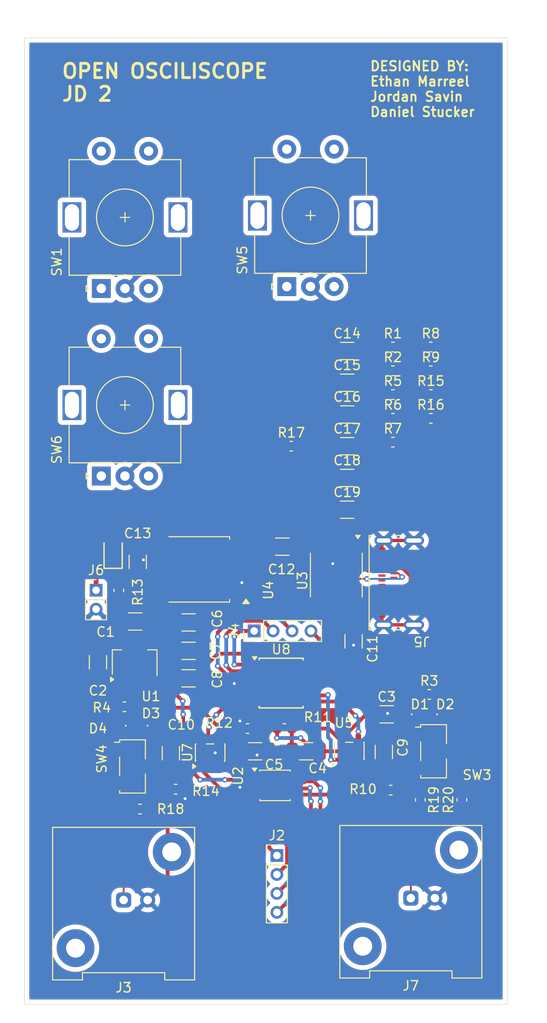
<source format=kicad_pcb>
(kicad_pcb (version 20241229) (generator "pcbnew") (generator_version "9.0")
  (layers (0 "F.Cu" signal) (2 "B.Cu" signal) (13 "F.Paste" user) (15 "B.Paste" user) (5 "F.SilkS" user "F.Silkscreen") (7 "B.SilkS" user "B.Silkscreen") (1 "F.Mask" user) (3 "B.Mask" user) (25 "Edge.Cuts" user))
  (net 0 "")
  (net 1 "5Vin")
  (net 2 "C1_G_IN")
  (net 3 "RPI_DOUT")
  (net 4 "RPI_SCLK")
  (net 5 "RPI_DIN")
  (net 6 "RPI_CS")
  (net 7 "C2_G_IN")
  (net 8 "C1_G_OUT")
  (net 9 "GND")
  (net 10 "C2_G_OUT")
  (net 11 "V1.8")
  (net 12 "V3.3")
  (net 13 "Net-(J1-In)")
  (net 14 "Net-(J3-In)")
  (net 15 "RPI_SCLK_DP")
  (net 16 "RPI_CS_DP")
  (net 17 "RPI_DIN_DP")
  (net 18 "RPI_DOUT_DP")
  (net 21 "Net-(D1-A)")
  (net 22 "Net-(D3-A)")
  (net 23 "Net-(SW3-C)")
  (net 24 "Net-(SW4-C)")
  (net 25 "Net-(D5-Pad1)")
  (net 26 "Net-(J5-CC2)")
  (net 27 "Net-(J5-CC1)")
  (net 38 "USBCRAW")
  (net 43 "Net-(SW3-A)")
  (net 44 "Net-(SW4-A)")
  (net 45 "V_clk")
  (net 46 "V_dt")
  (net 47 "H_clk")
  (net 48 "H_dt")
  (net 49 "Trig_clk")
  (net 50 "Trig_dt")
  (net 51 "Net-(J7-In)")
  (net 52 "Net-(R2-Pad2)")
  (net 54 "Net-(SW4-B)")
  (net 55 "Net-(R7-Pad2)")
  (net 56 "Net-(R15-Pad2)")
  (net 57 "Net-(SW2-A)")
  (net 58 "Ch1_vis")
  (net 60 "Ch2_vis")
  (net 61 "Trig_ch")
  (footprint "Connector_USB:USB_C_Receptacle_Amphenol_124019772112A" (layer "F.Cu") (at 110.95 147.5 90)
    (property "Reference" "J5")
    (property "Value" "USB_C_Receptacle_USB2.0_14P")
  )
  (footprint "Capacitor_SMD:C_1206_3216Metric" (layer "F.Cu") (at 104.075 133.1)
    (property "Reference" "C17")
    (property "Value" "1uF")
  )
  (footprint "Capacitor_SMD:C_0603_1608Metric" (layer "F.Cu") (at 93.55 162.9)
    (property "Reference" "R12")
    (property "Value" "10k")
  )
  (footprint "Capacitor_SMD:C_0603_1608Metric" (layer "F.Cu") (at 79.95 148.325 90)
    (property "Reference" "R13")
    (property "Value" "10k")
  )
  (footprint "Capacitor_SMD:C_0603_1608Metric" (layer "F.Cu") (at 108.905 122.63)
    (property "Reference" "R1")
    (property "Value" "10k")
  )
  (footprint "Capacitor_SMD:C_1206_3216Metric" (layer "F.Cu") (at 104.075 123.05)
    (property "Reference" "C14")
    (property "Value" "1uF")
  )
  (footprint "Capacitor_SMD:C_1206_3216Metric" (layer "F.Cu") (at 87.325 154.7)
    (property "Reference" "C7")
    (property "Value" "1uF")
  )
  (footprint "Capacitor_SMD:C_0603_1608Metric" (layer "F.Cu") (at 108.905 132.67)
    (property "Reference" "R7")
    (property "Value" "10k")
  )
  (footprint "Capacitor_SMD:C_0603_1608Metric" (layer "F.Cu") (at 112.915 125.14)
    (property "Reference" "R9")
    (property "Value" "10k")
  )
  (footprint "Package_SO:TSSOP-16_4.4x5mm_P0.65mm" (layer "F.Cu") (at 102.925 146.7 -90)
    (property "Reference" "U3")
    (property "Value" "IP2721")
  )
  (footprint "Connector_PinHeader_2.00mm:PinHeader_1x04_P2.00mm_Vertical" (layer "F.Cu") (at 96.65 176.3)
    (property "Reference" "J2")
    (property "Value" "Conn_01x04_Socket")
  )
  (footprint "Package_TO_SOT_SMD:TO-252-2" (layer "F.Cu") (at 88.35 146.1 180)
    (property "Reference" "U4")
    (property "Value" "AZ1084-5.0")
  )
  (footprint "Capacitor_SMD:C_1206_3216Metric" (layer "F.Cu") (at 81.7 151.6)
    (property "Reference" "C1")
    (property "Value" "1uF")
  )
  (footprint "Connector_Coaxial:BNC_Amphenol_031-5539_Vertical" (layer "F.Cu") (at 80.46 181)
    (property "Reference" "J3")
    (property "Value" "U.FL")
  )
  (footprint "Capacitor_SMD:C_0603_1608Metric" (layer "F.Cu") (at 80.55 160.6 180)
    (property "Reference" "R4")
    (property "Value" "5k")
  )
  (footprint "Capacitor_SMD:C_0603_1608Metric" (layer "F.Cu") (at 98.175 133.1)
    (property "Reference" "R17")
    (property "Value" "10k")
  )
  (footprint "Capacitor_SMD:C_1206_3216Metric" (layer "F.Cu") (at 94.35 165.3)
    (property "Reference" "C5")
    (property "Value" "1uF")
  )
  (footprint "Capacitor_SMD:C_1206_3216Metric" (layer "F.Cu") (at 108.25 161.4)
    (property "Reference" "C3")
    (property "Value" "1uF")
  )
  (footprint "Capacitor_SMD:C_1206_3216Metric" (layer "F.Cu") (at 97.225001 143.7)
    (property "Reference" "C12")
    (property "Value" "10u")
  )
  (footprint "Connector_Coaxial:BNC_Amphenol_031-5539_Vertical" (layer "F.Cu") (at 110.8 180.8)
    (property "Reference" "J7")
    (property "Value" "U.FL")
  )
  (footprint "Rotary_Encoder:RotaryEncoder_Alps_EC11E-Switch_Vertical_H20mm" (layer "F.Cu") (at 78.1 136.25 90)
    (property "Reference" "SW6")
    (property "Value" "RotaryEncoder_Switch")
  )
  (footprint "Capacitor_SMD:C_1206_3216Metric" (layer "F.Cu") (at 87.325 157.6)
    (property "Reference" "C8")
    (property "Value" "1uF")
  )
  (footprint "Capacitor_SMD:C_0603_1608Metric" (layer "F.Cu") (at 112.915 130.16)
    (property "Reference" "R16")
    (property "Value" "10k")
  )
  (footprint "Capacitor_SMD:C_0603_1608Metric" (layer "F.Cu") (at 108.675 169.4)
    (property "Reference" "R10")
    (property "Value" "1M")
  )
  (footprint "Diode_SMD:D_0201_0603Metric" (layer "F.Cu") (at 111.75 161.4)
    (property "Reference" "D1")
    (property "Value" "D")
  )
  (footprint "PCM_JLCPCB:D_0805" (layer "F.Cu") (at 79.35 144.3 90)
    (property "Reference" "D5" (hide yes))
    (property "Value" "Red")
  )
  (footprint "Capacitor_SMD:C_0603_1608Metric" (layer "F.Cu") (at 112.75 159.3)
    (property "Reference" "R3")
    (property "Value" "5k")
  )
  (footprint "Capacitor_SMD:C_1206_3216Metric" (layer "F.Cu") (at 104.075 129.75)
    (property "Reference" "C16")
    (property "Value" "1uF")
  )
  (footprint "Capacitor_SMD:C_1206_3216Metric" (layer "F.Cu") (at 85.45 165.5 90)
    (property "Reference" "C10")
    (property "Value" "1uF")
  )
  (footprint "Package_TO_SOT_SMD:SOT-23-5" (layer "F.Cu") (at 104.3 165.2625 90)
    (property "Reference" "U5")
    (property "Value" "TLV9061xDBV")
  )
  (footprint "Capacitor_SMD:C_0603_1608Metric" (layer "F.Cu") (at 108.905 130.16)
    (property "Reference" "R6")
    (property "Value" "10k")
  )
  (footprint "Capacitor_SMD:C_1206_3216Metric" (layer "F.Cu") (at 104.075 139.8)
    (property "Reference" "C19")
    (property "Value" "1uF")
  )
  (footprint "Connector_PinHeader_2.00mm:PinHeader_1x04_P2.00mm_Vertical" (layer "F.Cu") (at 94.25 152.6 90)
    (property "Reference" "J4")
    (property "Value" "Conn_01x04_Socket")
  )
  (footprint "Capacitor_SMD:C_1206_3216Metric" (layer "F.Cu") (at 104.75 153.7 -90)
    (property "Reference" "C11")
    (property "Value" "1uF")
  )
  (footprint "Capacitor_SMD:C_0603_1608Metric" (layer "F.Cu") (at 112.915 122.63)
    (property "Reference" "R8")
    (property "Value" "10k")
  )
  (footprint "Capacitor_SMD:C_1206_3216Metric" (layer "F.Cu") (at 99.75 165.3)
    (property "Reference" "C4")
    (property "Value" "1uF")
  )
  (footprint "Capacitor_SMD:C_0603_1608Metric" (layer "F.Cu") (at 116.2 170.425 90)
    (property "Reference" "R20")
    (property "Value" "100k")
  )
  (footprint "Button_Switch_SMD:Nidec_Copal_CAS-120A" (layer "F.Cu") (at 113.2 165.3)
    (property "Reference" "SW3")
    (property "Value" "SW_Nidec_CAS-120A1")
  )
  (footprint "Package_TO_SOT_SMD:SOT-23-5" (layer "F.Cu") (at 89.6 165.4375 90)
    (property "Reference" "U7")
    (property "Value" "TLV9061xDBV")
  )
  (footprint "Connector_PinHeader_2.00mm:PinHeader_1x02_P2.00mm_Vertical" (layer "F.Cu") (at 77.55 148.3)
    (property "Reference" "J6")
    (property "Value" "Conn_01x02_MountingPin")
  )
  (footprint "Diode_SMD:D_0201_0603Metric" (layer "F.Cu") (at 79.83 162.6 180)
    (property "Reference" "D4")
    (property "Value" "D")
  )
  (footprint "Capacitor_SMD:C_1206_3216Metric" (layer "F.Cu") (at 81.95 145.3 90)
    (property "Reference" "C13")
    (property "Value" "10u")
  )
  (footprint "Package_TO_SOT_SMD:SOT-89-3" (layer "F.Cu") (at 81.625 155.95 90)
    (property "Reference" "U1")
    (property "Value" "MCP1700x-330xxMB")
  )
  (footprint "Capacitor_SMD:C_1206_3216Metric" (layer "F.Cu") (at 107.95 165.375 90)
    (property "Reference" "C9")
    (property "Value" "1uF")
  )
  (footprint "Capacitor_SMD:C_0603_1608Metric" (layer "F.Cu") (at 85.95 169.3)
    (property "Reference" "R14")
    (property "Value" "100k")
  )
  (footprint "Capacitor_SMD:C_0603_1608Metric" (layer "F.Cu") (at 82.2 171.4)
    (property "Reference" "R18")
    (property "Value" "1M")
  )
  (footprint "Capacitor_SMD:C_0603_1608Metric" (layer "F.Cu") (at 108.905 125.14)
    (property "Reference" "R2")
    (property "Value" "10k")
  )
  (footprint "Capacitor_SMD:C_1206_3216Metric" (layer "F.Cu") (at 87.325 151.7)
    (property "Reference" "C6")
    (property "Value" "1uF")
  )
  (footprint "Rotary_Encoder:RotaryEncoder_Alps_EC11E-Switch_Vertical_H20mm" (layer "F.Cu") (at 78.1 116.45 90)
    (property "Reference" "SW1")
    (property "Value" "RotaryEncoder_Switch")
  )
  (footprint "Capacitor_SMD:C_1206_3216Metric" (layer "F.Cu") (at 104.075 136.45)
    (property "Reference" "C18")
    (property "Value" "1uF")
  )
  (footprint "Capacitor_SMD:C_1206_3216Metric" (layer "F.Cu") (at 77.75 155.9 90)
    (property "Reference" "C2")
    (property "Value" "1uF")
  )
  (footprint "Rotary_Encoder:RotaryEncoder_Alps_EC11E-Switch_Vertical_H20mm" (layer "F.Cu") (at 97.7 116.25 90)
    (property "Reference" "SW5")
    (property "Value" "RotaryEncoder_Switch")
  )
  (footprint "Package_SO:TSSOP-14-1EP_4.4x5mm_P0.65mm" (layer "F.Cu") (at 97.1 158.1)
    (property "Reference" "U8")
    (property "Value" "MCP4251-104E/ML-ND")
  )
  (footprint "Package_SO:VSSOP-8_3x3mm_P0.65mm" (layer "F.Cu") (at 96.45 168.9)
    (property "Reference" "U2")
    (property "Value" "ADC082S101")
  )
  (footprint "Capacitor_SMD:C_0603_1608Metric" (layer "F.Cu") (at 97.45 162.9)
    (property "Reference" "R11")
    (property "Value" "10k")
  )
  (footprint "Capacitor_SMD:C_0603_1608Metric" (layer "F.Cu") (at 111.8 170.425 -90)
    (property "Reference" "R19")
    (property "Value" "1M")
  )
  (footprint "Diode_SMD:D_0201_0603Metric" (layer "F.Cu") (at 82.13 162.6 180)
    (property "Reference" "D3")
    (property "Value" "D")
  )
  (footprint "Diode_SMD:D_0201_0603Metric" (layer "F.Cu") (at 114.43 161.4)
    (property "Reference" "D2")
    (property "Value" "D")
  )
  (footprint "Button_Switch_SMD:Nidec_Copal_CAS-120A" (layer "F.Cu") (at 81.4 166.9)
    (property "Reference" "SW4")
    (property "Value" "SW_Nidec_CAS-120A1")
  )
  (footprint "Capacitor_SMD:C_0603_1608Metric" (layer "F.Cu") (at 112.915 127.65)
    (property "Reference" "R15")
    (property "Value" "10k")
  )
  (footprint "Capacitor_SMD:C_1206_3216Metric" (layer "F.Cu") (at 104.075 126.4)
    (property "Reference" "C15")
    (property "Value" "1uF")
  )
  (footprint "Capacitor_SMD:C_0603_1608Metric" (layer "F.Cu") (at 108.905 127.65)
    (property "Reference" "R5")
    (property "Value" "10k")
  )
  (gr_rect (start 81.95 146.3) (end 84.75 147.3) (stroke (width 0.2)) (fill yes) (layer "F.Cu") (net 1))
  (gr_rect (start 70 90) (end 121 192) (stroke (width 0.05)) (fill no) (layer "Edge.Cuts"))
  (gr_text "DESIGNED BY:\nEthan Marreel\nJordan Savin\nDaniel Stucker" (at 106.4 98.4 0) (layer "F.SilkS") (effects (font (size 1 1) (thickness 0.2) (bold yes)) (justify left bottom)))
  (gr_text "OPEN OSCILISCOPE\nJD 2\n" (at 73.8 96.8 0) (layer "F.SilkS") (effects (font (size 1.5 1.5) (thickness 0.3) (bold yes)) (justify left bottom)))
  (segment (start 80.225 151.6) (end 81.95 149.875) (width 0.4) (layer "F.Cu") (net 1))
  (segment (start 81.75 157.6875) (end 81.625 157.8125) (width 0.4) (layer "F.Cu") (net 1))
  (segment (start 79.35 143.360001) (end 81.95 145.960001) (width 0.5) (layer "F.Cu") (net 1))
  (segment (start 81.95 149.875) (end 81.95 146.775001) (width 0.4) (layer "F.Cu") (net 1))
  (segment (start 77.55 145.160001) (end 79.35 143.360001) (width 0.5) (layer "F.Cu") (net 1))
  (segment (start 80.225 151.6) (end 80.225 156.4125) (width 0.4) (layer "F.Cu") (net 1))
  (segment (start 86.414998 146.775001) (end 87.089999 146.1) (width 0.35) (layer "F.Cu") (net 1))
  (segment (start 80.225 156.4125) (end 81.625 157.8125) (width 0.4) (layer "F.Cu") (net 1))
  (segment (start 81.95 145.960001) (end 81.95 146.775001) (width 0.5) (layer "F.Cu") (net 1))
  (segment (start 77.55 148.3) (end 77.55 145.160001) (width 0.5) (layer "F.Cu") (net 1))
  (segment (start 104.175 160.775) (end 104.175 160.725) (width 0.4) (layer "F.Cu") (net 2))
  (segment (start 104.175 160.775) (end 103.45 160.05) (width 0.4) (layer "F.Cu") (net 2))
  (segment (start 103.45 160.05) (end 103.9 160.05) (width 0.4) (layer "F.Cu") (net 2))
  (segment (start 104.942525 161.542525) (end 104.175 160.775) (width 0.4) (layer "F.Cu") (net 2))
  (segment (start 103.9 160.05) (end 104.375 160.525) (width 0.4) (layer "F.Cu") (net 2))
  (segment (start 104.175 160.725) (end 104.375 160.525) (width 0.4) (layer "F.Cu") (net 2))
  (segment (start 105.25 164.125) (end 105.25 163.21495) (width 0.4) (layer "F.Cu") (net 2))
  (segment (start 111.975 159.3) (end 111.225 160.05) (width 0.4) (layer "F.Cu") (net 2))
  (segment (start 103.45 160.05) (end 100.05 160.05) (width 0.4) (layer "F.Cu") (net 2))
  (segment (start 111.225 160.05) (end 104.85 160.05) (width 0.4) (layer "F.Cu") (net 2))
  (segment (start 104.85 160.05) (end 103.45 160.05) (width 0.4) (layer "F.Cu") (net 2))
  (segment (start 104.375 160.525) (end 104.85 160.05) (width 0.4) (layer "F.Cu") (net 2))
  (segment (start 105.25 163.21495) (end 105.257475 163.207475) (width 0.4) (layer "F.Cu") (net 2))
  (via (at 105.257475 163.207475) (size 0.6) (drill 0.3) (layers "F.Cu" "B.Cu") (net 2))
  (via (at 104.942525 161.542525) (size 0.6) (drill 0.3) (layers "F.Cu" "B.Cu") (net 2))
  (segment (start 105.257475 163.207475) (end 105.257475 161.857475) (width 0.4) (layer "B.Cu") (net 2))
  (segment (start 105.257475 161.857475) (end 104.942525 161.542525) (width 0.4) (layer "B.Cu") (net 2))
  (segment (start 100.549 168.474) (end 101.25 169.175) (width 0.4) (layer "F.Cu") (net 3))
  (segment (start 98.5625 168.575) (end 99.525 168.575) (width 0.4) (layer "F.Cu") (net 3))
  (segment (start 101.25 177.7) (end 96.65 182.3) (width 0.4) (layer "F.Cu") (net 3))
  (segment (start 99.525 168.575) (end 99.626 168.474) (width 0.4) (layer "F.Cu") (net 3))
  (segment (start 99.626 168.474) (end 100.549 168.474) (width 0.4) (layer "F.Cu") (net 3))
  (segment (start 101.25 170.6) (end 101.25 177.7) (width 0.4) (layer "F.Cu") (net 3))
  (via (at 101.25 170.6) (size 0.6) (drill 0.3) (layers "F.Cu" "B.Cu") (net 3))
  (via (at 101.25 169.175) (size 0.6) (drill 0.3) (layers "F.Cu" "B.Cu") (net 3))
  (segment (start 101.25 169.175) (end 101.25 170.6) (width 0.4) (layer "B.Cu") (net 3))
  (segment (start 97.726 177.224) (end 96.65 178.3) (width 0.4) (layer "F.Cu") (net 4))
  (segment (start 97.726 175.224) (end 97.726 177.224) (width 0.4) (layer "F.Cu") (net 4))
  (segment (start 97.05 174.548) (end 97.726 175.224) (width 0.4) (layer "F.Cu") (net 4))
  (segment (start 97.05 168.3) (end 97.05 174.548) (width 0.4) (layer "F.Cu") (net 4))
  (segment (start 97.425 167.925) (end 97.05 168.3) (width 0.4) (layer "F.Cu") (net 4))
  (segment (start 98.5625 167.925) (end 97.425 167.925) (width 0.4) (layer "F.Cu") (net 4))
  (segment (start 100.25 170.575) (end 100.25 176.7) (width 0.4) (layer "F.Cu") (net 5))
  (segment (start 96.65 180.3) (end 100.25 176.7) (width 0.4) (layer "F.Cu") (net 5))
  (segment (start 100.1 169.225) (end 100.15 169.175) (width 0.4) (layer "F.Cu") (net 5))
  (segment (start 98.5625 169.225) (end 100.1 169.225) (width 0.4) (layer "F.Cu") (net 5))
  (via (at 100.25 170.575) (size 0.6) (drill 0.3) (layers "F.Cu" "B.Cu") (net 5))
  (via (at 100.15 169.175) (size 0.6) (drill 0.3) (layers "F.Cu" "B.Cu") (net 5))
  (segment (start 100.15 170.475) (end 100.25 170.575) (width 0.4) (layer "B.Cu") (net 5))
  (segment (start 100.15 169.175) (end 100.15 170.475) (width 0.4) (layer "B.Cu") (net 5))
  (segment (start 95.85 175.5) (end 96.65 176.3) (width 0.4) (layer "F.Cu") (net 6))
  (segment (start 95.575 167.925) (end 95.85 168.2) (width 0.4) (layer "F.Cu") (net 6))
  (segment (start 94.3375 167.925) (end 95.575 167.925) (width 0.4) (layer "F.Cu") (net 6))
  (segment (start 95.85 168.2) (end 95.85 175.5) (width 0.4) (layer "F.Cu") (net 6))
  (segment (start 93 160.05) (end 94.15 160.05) (width 0.4) (layer "F.Cu") (net 7))
  (segment (start 81.325 160.6) (end 81.325 160.675) (width 0.4) (layer "F.Cu") (net 7))
  (segment (start 88.45 160.7) (end 90.55 162.8) (width 0.4) (layer "F.Cu") (net 7))
  (segment (start 81.35 160.7) (end 88.45 160.7) (width 0.4) (layer "F.Cu") (net 7))
  (segment (start 90.55 162.8) (end 90.55 164.3) (width 0.4) (layer "F.Cu") (net 7))
  (segment (start 90.55 162.5) (end 93 160.05) (width 0.4) (layer "F.Cu") (net 7))
  (segment (start 90.55 162.8) (end 90.55 162.5) (width 0.4) (layer "F.Cu") (net 7))
  (segment (start 81.325 160.675) (end 81.35 160.7) (width 0.4) (layer "F.Cu") (net 7))
  (segment (start 102.35 166.2) (end 103.15 166.2) (width 0.4) (layer "F.Cu") (net 8))
  (segment (start 103.15 166.2) (end 103.35 166.4) (width 0.4) (layer "F.Cu") (net 8))
  (segment (start 101.975 169.875) (end 103.35 168.5) (width 0.4) (layer "F.Cu") (net 8))
  (segment (start 100.05 158.75) (end 100.05 159.4) (width 0.4) (layer "F.Cu") (net 8))
  (segment (start 98.5625 169.875) (end 101.975 169.875) (width 0.4) (layer "F.Cu") (net 8))
  (segment (start 100.05 159.4) (end 102 159.4) (width 0.4) (layer "F.Cu") (net 8))
  (segment (start 103.35 168.5) (end 103.35 166.4) (width 0.4) (layer "F.Cu") (net 8))
  (segment (start 102 159.4) (end 102.05 159.35) (width 0.4) (layer "F.Cu") (net 8))
  (via (at 102.05 159.35) (size 0.6) (drill 0.3) (layers "F.Cu" "B.Cu") (net 8))
  (via (at 102.35 166.2) (size 0.6) (drill 0.3) (layers "F.Cu" "B.Cu") (net 8))
  (segment (start 102.05 159.35) (end 102.05 163.81495) (width 0.4) (layer "B.Cu") (net 8))
  (segment (start 102.35 164.11495) (end 102.35 166.2) (width 0.4) (layer "B.Cu") (net 8))
  (segment (start 102.05 163.81495) (end 102.35 164.11495) (width 0.4) (layer "B.Cu") (net 8))
  (segment (start 92.2 158.1) (end 92.15 158.15) (width 0.4) (layer "F.Cu") (net 9))
  (segment (start 102.6 145.45) (end 102.55 145.5) (width 0.35) (layer "F.Cu") (net 9))
  (segment (start 81.95 144.5) (end 82.55 145.1) (width 0.35) (layer "F.Cu") (net 9))
  (segment (start 92.775 162.125) (end 92.75 162.1) (width 0.4) (layer "F.Cu") (net 9))
  (segment (start 107.75 150.55) (end 107.75 151.775) (width 0.35) (layer "F.Cu") (net 9))
  (segment (start 109.725 161.4) (end 108.45 161.4) (width 0.4) (layer "F.Cu") (net 9))
  (segment (start 81.95 143.824999) (end 81.95 144.5) (width 0.35) (layer "F.Cu") (net 9))
  (segment (start 109 144.5) (end 107.8 144.5) (width 0.35) (layer "F.Cu") (net 9))
  (segment (start 102.6 143.8375) (end 102.6 145.45) (width 0.35) (layer "F.Cu") (net 9))
  (segment (start 95.825 165.3) (end 94.95 165.3) (width 0.4) (layer "F.Cu") (net 9))
  (segment (start 107.8 144.5) (end 107.75 144.45) (width 0.35) (layer "F.Cu") (net 9))
  (segment (start 107.925 143.05) (end 111.125 143.05) (width 0.35) (layer "F.Cu") (net 9))
  (segment (start 86.725 170.075) (end 86.95 170.3) (width 0.4) (layer "F.Cu") (net 9))
  (segment (start 108.45 161.4) (end 108.35 161.3) (width 0.4) (layer "F.Cu") (net 9))
  (segment (start 107.75 151.775) (end 107.925 151.95) (width 0.35) (layer "F.Cu") (net 9))
  (segment (start 107.75 143.225) (end 107.925 143.05) (width 0.35) (layer "F.Cu") (net 9))
  (segment (start 93.39 147.94) (end 92.95 147.5) (width 0.35) (layer "F.Cu") (net 9))
  (segment (start 86.725 169.3) (end 86.725 170.075) (width 0.4) (layer "F.Cu") (net 9))
  (segment (start 107.8 150.5) (end 107.75 150.55) (width 0.35) (layer "F.Cu") (net 9))
  (segment (start 94.95 165.3) (end 94.55 165.7) (width 0.4) (layer "F.Cu") (net 9))
  (segment (start 107.925 151.95) (end 111.125 151.95) (width 0.35) (layer "F.Cu") (net 9))
  (segment (start 92.775 162.9) (end 92.775 162.125) (width 0.4) (layer "F.Cu") (net 9))
  (segment (start 104.75 155.175001) (end 104.75 154.1) (width 0.35) (layer "F.Cu") (net 9))
  (segment (start 114.75 161.4) (end 114.75 160.7) (width 0.4) (layer "F.Cu") (net 9))
  (segment (start 109 150.5) (end 107.8 150.5) (width 0.35) (layer "F.Cu") (net 9))
  (segment (start 92.875 169.225) (end 92.75 169.1) (width 0.4) (layer "F.Cu") (net 9))
  (segment (start 94.15 158.1) (end 92.2 158.1) (width 0.4) (layer "F.Cu") (net 9))
  (segment (start 89.6 166.575) (end 89.6 166.00211) (width 0.4) (layer "F.Cu") (net 9))
  (segment (start 94.3375 169.225) (end 92.875 169.225) (width 0.4) (layer "F.Cu") (net 9))
  (segment (start 93.39 148.38) (end 93.39 147.94) (width 0.35) (layer "F.Cu") (net 9))
  (segment (start 89.6 166.00211) (end 90.137339 165.464771) (width 0.4) (layer "F.Cu") (net 9))
  (segment (start 107.75 144.45) (end 107.75 143.225) (width 0.35) (layer "F.Cu") (net 9))
  (via (at 104.75 154.1) (size 0.6) (drill 0.3) (layers "F.Cu" "B.Cu") (net 9))
  (via (at 108.35 161.3) (size 0.6) (drill 0.3) (layers "F.Cu" "B.Cu") (net 9))
  (via (at 92.95 147.5) (size 0.6) (drill 0.3) (layers "F.Cu" "B.Cu") (net 9))
  (via (at 86.95 170.3) (size 0.6) (drill 0.3) (layers "F.Cu" "B.Cu") (net 9))
  (via (at 90.137339 165.464771) (size 0.6) (drill 0.3) (layers "F.Cu" "B.Cu") (net 9))
  (via (at 82.55 145.1) (size 0.6) (drill 0.3) (layers "F.Cu" "B.Cu") (net 9))
  (via (at 92.15 158.15) (size 0.6) (drill 0.3) (layers "F.Cu" "B.Cu") (net 9))
  (via (at 102.55 145.5) (size 0.6) (drill 0.3) (layers "F.Cu" "B.Cu") (net 9))
  (via (at 92.75 169.1) (size 0.6) (drill 0.3) (layers "F.Cu" "B.Cu") (net 9))
  (via (at 94.55 165.7) (size 0.6) (drill 0.3) (layers "F.Cu" "B.Cu") (net 9))
  (via (at 114.75 160.7) (size 0.6) (drill 0.3) (layers "F.Cu" "B.Cu") (net 9))
  (via (at 92.75 162.1) (size 0.6) (drill 0.3) (layers "F.Cu" "B.Cu") (net 9))
  (segment (start 90.25 161.45) (end 92.3 159.4) (width 0.4) (layer "F.Cu") (net 10))
  (segment (start 88.65 166.575) (end 88.65 165.745888) (width 0.4) (layer "F.Cu") (net 10))
  (segment (start 91.287501 169.875) (end 94.3375 169.875) (width 0.4) (layer "F.Cu") (net 10))
  (segment (start 92.3 159.4) (end 94.15 159.4) (width 0.4) (layer "F.Cu") (net 10))
  (segment (start 88.65 165.745888) (end 89.4 164.995888) (width 0.4) (layer "F.Cu") (net 10))
  (segment (start 88.65 166.575) (end 88.65 167.237499) (width 0.4) (layer "F.Cu") (net 10))
  (segment (start 89.4 163.25) (end 89.4 162.85) (width 0.4) (layer "F.Cu") (net 10))
  (segment (start 88.65 167.237499) (end 91.287501 169.875) (width 0.4) (layer "F.Cu") (net 10))
  (segment (start 89.4 164.995888) (end 89.4 163.25) (width 0.4) (layer "F.Cu") (net 10))
  (segment (start 94.15 158.75) (end 94.15 159.4) (width 0.4) (layer "F.Cu") (net 10))
  (segment (start 89.4 162.85) (end 89.505025 162.744975) (width 0.4) (layer "F.Cu") (net 10))
  (via (at 89.505025 162.744975) (size 0.6) (drill 0.3) (layers "F.Cu" "B.Cu") (net 10))
  (via (at 90.25 161.45) (size 0.6) (drill 0.3) (layers "F.Cu" "B.Cu") (net 10))
  (segment (start 89.505025 162.744975) (end 89.505025 162.194975) (width 0.4) (layer "B.Cu") (net 10))
  (segment (start 89.505025 162.194975) (end 90.25 161.45) (width 0.4) (layer "B.Cu") (net 10))
  (segment (start 90.55 166.575) (end 91.6 166.575) (width 0.4) (layer "F.Cu") (net 11))
  (segment (start 100.55 165.3) (end 99.15 163.9) (width 0.4) (layer "F.Cu") (net 11))
  (segment (start 101.225 165.3) (end 100.55 165.3) (width 0.4) (layer "F.Cu") (net 11))
  (segment (start 105.25 165.737501) (end 104.812499 165.3) (width 0.4) (layer "F.Cu") (net 11))
  (segment (start 94.325 163.85) (end 92.875 165.3) (width 0.4) (layer "F.Cu") (net 11))
  (segment (start 105.25 166.4) (end 105.25 165.737501) (width 0.4) (layer "F.Cu") (net 11))
  (segment (start 96.675 162.9) (end 96.675 163.875) (width 0.4) (layer "F.Cu") (net 11))
  (segment (start 104.812499 165.3) (end 101.225 165.3) (width 0.4) (layer "F.Cu") (net 11))
  (segment (start 94.325 162.9) (end 96.675 162.9) (width 0.4) (layer "F.Cu") (net 11))
  (segment (start 96.675 163.875) (end 96.65 163.9) (width 0.4) (layer "F.Cu") (net 11))
  (segment (start 91.6 166.575) (end 92.875 165.3) (width 0.4) (layer "F.Cu") (net 11))
  (segment (start 94.325 162.9) (end 94.325 163.85) (width 0.4) (layer "F.Cu") (net 11))
  (via (at 96.65 163.9) (size 0.6) (drill 0.3) (layers "F.Cu" "B.Cu") (net 11))
  (via (at 99.15 163.9) (size 0.6) (drill 0.3) (layers "F.Cu" "B.Cu") (net 11))
  (segment (start 99.15 163.9) (end 96.65 163.9) (width 0.4) (layer "B.Cu") (net 11))
  (segment (start 90.40258 155) (end 98.9 155) (width 0.4) (layer "F.Cu") (net 12))
  (segment (start 89.40158 156.001) (end 90.40258 155) (width 0.4) (layer "F.Cu") (net 12))
  (segment (start 86.75 162.1) (end 86.75 162.4) (width 0.4) (layer "F.Cu") (net 12))
  (segment (start 106.075 161.4) (end 106.775 161.4) (width 0.4) (layer "F.Cu") (net 12))
  (segment (start 85.85 151.7) (end 85.85 154.7) (width 0.4) (layer "F.Cu") (net 12))
  (segment (start 82.375 159.3) (end 83.125 158.55) (width 0.35) (layer "F.Cu") (net 12))
  (segment (start 87.4 163.05) (end 86.95 162.6) (width 0.4) (layer "F.Cu") (net 12))
  (segment (start 85.85 154.7) (end 85.85 157.6) (width 0.4) (layer "F.Cu") (net 12))
  (segment (start 79.674999 159.3) (end 82.375 159.3) (width 0.35) (layer "F.Cu") (net 12))
  (segment (start 83.125 157.9) (end 85.55 157.9) (width 0.4) (layer "F.Cu") (net 12))
  (segment (start 87.4 167.15) (end 88.55 168.3) (width 0.4) (layer "F.Cu") (net 12))
  (segment (start 87.151 156.001) (end 89.40158 156.001) (width 0.4) (layer "F.Cu") (net 12))
  (segment (start 98.225 165.25) (end 98.275 165.3) (width 0.4) (layer "F.Cu") (net 12))
  (segment (start 86.75 162.1) (end 86.25 162.6) (width 0.4) (layer "F.Cu") (net 12))
  (segment (start 93.124 167.57866) (end 93.124 168.27134) (width 0.4) (layer "F.Cu") (net 12))
  (segment (start 83.125 158.55) (end 83.125 157.9) (width 0.35) (layer "F.Cu") (net 12))
  (segment (start 93.42766 168.575) (end 94.3375 168.575) (width 0.4) (layer "F.Cu") (net 12))
  (segment (start 85.85 157.6) (end 85.85 159.15) (width 0.4) (layer "F.Cu") (net 12))
  (segment (start 110.328999 162.701) (end 108.076 162.701) (width 0.4) (layer "F.Cu") (net 12))
  (segment (start 102.125 162.9) (end 98.225 162.9) (width 0.4) (layer "F.Cu") (net 12))
  (segment (start 98.275 165.3) (end 96.301 167.274) (width 0.4) (layer "F.Cu") (net 12))
  (segment (start 93.09534 168.3) (end 93.124 168.27134) (width 0.4) (layer "F.Cu") (net 12))
  (segment (start 108.076 162.701) (end 106.775 161.4) (width 0.4) (layer "F.Cu") (net 12))
  (segment (start 85.85 154.7) (end 87.151 156.001) (width 0.4) (layer "F.Cu") (net 12))
  (segment (start 111.43 161.599999) (end 110.328999 162.701) (width 0.4) (layer "F.Cu") (net 12))
  (segment (start 86.75 161.4) (end 86.75 162.1) (width 0.4) (layer "F.Cu") (net 12))
  (segment (start 98.225 162.9) (end 98.225 165.25) (width 0.4) (layer "F.Cu") (net 12))
  (segment (start 88.65 164.3) (end 87.4 163.05) (width 0.4) (layer "F.Cu") (net 12))
  (segment (start 93.124 168.27134) (end 93.42766 168.575) (width 0.4) (layer "F.Cu") (net 12))
  (segment (start 98.9 155) (end 100.05 156.15) (width 0.4) (layer "F.Cu") (net 12))
  (segment (start 103.35 164.125) (end 106.075 161.4) (width 0.4) (layer "F.Cu") (net 12))
  (segment (start 86.25 162.6) (end 82.45 162.6) (width 0.4) (layer "F.Cu") (net 12))
  (segment (start 111.43 161.4) (end 111.43 161.599999) (width 0.4) (layer "F.Cu") (net 12))
  (segment (start 86.75 162.4) (end 86.95 162.6) (width 0.4) (layer "F.Cu") (net 12))
  (segment (start 87.4 163.05) (end 87.4 167.15) (width 0.4) (layer "F.Cu") (net 12))
  (segment (start 77.75 157.375001) (end 79.674999 159.3) (width 0.35) (layer "F.Cu") (net 12))
  (segment (start 91.15 168.3) (end 93.09534 168.3) (width 0.4) (layer "F.Cu") (net 12))
  (segment (start 85.85 159.15) (end 86.7 160) (width 0.4) (layer "F.Cu") (net 12))
  (segment (start 85.55 157.9) (end 85.85 157.6) (width 0.4) (layer "F.Cu") (net 12))
  (segment (start 86.95 162.6) (end 86.25 162.6) (width 0.4) (layer "F.Cu") (net 12))
  (segment (start 93.42866 167.274) (end 93.124 167.57866) (width 0.4) (layer "F.Cu") (net 12))
  (segment (start 103.35 164.125) (end 102.125 162.9) (width 0.4) (layer "F.Cu") (net 12))
  (segment (start 96.301 167.274) (end 93.42866 167.274) (width 0.4) (layer "F.Cu") (net 12))
  (segment (start 85.84 151.69) (end 85.85 151.7) (width 0.4) (layer "F.Cu") (net 12))
  (via (at 86.75 161.4) (size 0.6) (drill 0.3) (layers "F.Cu" "B.Cu") (net 12))
  (via (at 86.7 160) (size 0.6) (drill 0.3) (layers "F.Cu" "B.Cu") (net 12))
  (via (at 88.55 168.3) (size 0.6) (drill 0.3) (layers "F.Cu" "B.Cu") (net 12))
  (via (at 91.15 168.3) (size 0.6) (drill 0.3) (layers "F.Cu" "B.Cu") (net 12))
  (segment (start 88.55 168.3) (end 91.15 168.3) (width 0.4) (layer "B.Cu") (net 12))
  (segment (start 86.7 161.35) (end 86.75 161.4) (width 0.4) (layer "B.Cu") (net 12))
  (segment (start 86.7 160) (end 86.7 161.35) (width 0.4) (layer "B.Cu") (net 12))
  (segment (start 107.9 166.9) (end 107.95 166.85) (width 0.4) (layer "F.Cu") (net 13))
  (segment (start 108.2 166.85) (end 108.4 167.05) (width 0.4) (layer "F.Cu") (net 13))
  (segment (start 108.4 167.05) (end 112.05 167.05) (width 0.4) (layer "F.Cu") (net 13))
  (segment (start 107.9 169.4) (end 107.9 166.9) (width 0.4) (layer "F.Cu") (net 13))
  (segment (start 107.95 166.85) (end 108.2 166.85) (width 0.4) (layer "F.Cu") (net 13))
  (segment (start 80.46 175.34) (end 80.46 181) (width 0.2) (layer "F.Cu") (net 14))
  (segment (start 82.975 171.4) (end 82.975 172.825) (width 0.2) (layer "F.Cu") (net 14))
  (segment (start 82.975 172.825) (end 80.46 175.34) (width 0.2) (layer "F.Cu") (net 14))
  (segment (start 92.726 151.524) (end 95.174 151.524) (width 0.4) (layer "F.Cu") (net 15))
  (segment (start 91.3 153.2) (end 91.3 152.95) (width 0.4) (layer "F.Cu") (net 15))
  (segment (start 92.839949 156.8) (end 92.789949 156.85) (width 0.4) (layer "F.Cu") (net 15))
  (segment (start 95.174 151.524) (end 96.25 152.6) (width 0.4) (layer "F.Cu") (net 15))
  (segment (start 94.15 156.8) (end 92.839949 156.8) (width 0.4) (layer "F.Cu") (net 15))
  (segment (start 92.789949 156.85) (end 91.858636 156.85) (width 0.4) (layer "F.Cu") (net 15))
  (segment (start 91.3 152.95) (end 92.726 151.524) (width 0.4) (layer "F.Cu") (net 15))
  (segment (start 91.3 156.291364) (end 91.3 156.2) (width 0.4) (layer "F.Cu") (net 15))
  (segment (start 91.858636 156.85) (end 91.3 156.291364) (width 0.4) (layer "F.Cu") (net 15))
  (via (at 91.3 153.2) (size 0.6) (drill 0.3) (layers "F.Cu" "B.Cu") (net 15))
  (via (at 91.3 156.2) (size 0.6) (drill 0.3) (layers "F.Cu" "B.Cu") (net 15))
  (segment (start 91.3 156.2) (end 91.3 153.2) (width 0.4) (layer "B.Cu") (net 15))
  (segment (start 92.75 152.6) (end 94.25 152.6) (width 0.4) (layer "F.Cu") (net 16))
  (segment (start 92.15 153.2) (end 92.75 152.6) (width 0.4) (layer "F.Cu") (net 16))
  (segment (start 94.15 156.15) (end 92.15 156.15) (width 0.4) (layer "F.Cu") (net 16))
  (via (at 92.15 156.15) (size 0.6) (drill 0.3) (layers "F.Cu" "B.Cu") (net 16))
  (via (at 92.15 153.2) (size 0.6) (drill 0.3) (layers "F.Cu" "B.Cu") (net 16))
  (segment (start 92.15 156.15) (end 92.15 153.2) (width 0.4) (layer "B.Cu") (net 16))
  (segment (start 96.35 150.7) (end 98.25 152.6) (width 0.4) (layer "F.Cu") (net 17))
  (segment (start 90.4 153.2) (end 90.4 152.75) (width 0.4) (layer "F.Cu") (net 17))
  (segment (start 92.45 150.7) (end 96.35 150.7) (width 0.4) (layer "F.Cu") (net 17))
  (segment (start 94.15 157.45) (end 92.5 157.45) (width 0.4) (layer "F.Cu") (net 17))
  (segment (start 90.4 152.75) (end 92.45 150.7) (width 0.4) (layer "F.Cu") (net 17))
  (segment (start 91.55 157.45) (end 90.4 156.3) (width 0.4) (layer "F.Cu") (net 17))
  (segment (start 92.5 157.45) (end 91.55 157.45) (width 0.4) (layer "F.Cu") (net 17))
  (via (at 90.4 156.3) (size 0.6) (drill 0.3) (layers "F.Cu" "B.Cu") (net 17))
  (via (at 90.4 153.2) (size 0.6) (drill 0.3) (layers "F.Cu" "B.Cu") (net 17))
  (segment (start 90.4 156.3) (end 90.4 153.2) (width 0.4) (layer "B.Cu") (net 17))
  (segment (start 101.176 156.776) (end 101.176 153.526) (width 0.4) (layer "F.Cu") (net 18))
  (segment (start 101.152 156.8) (end 101.176 156.776) (width 0.4) (layer "F.Cu") (net 18))
  (segment (start 100.05 156.8) (end 101.152 156.8) (width 0.4) (layer "F.Cu") (net 18))
  (segment (start 101.176 153.526) (end 100.25 152.6) (width 0.4) (layer "F.Cu") (net 18))
  (segment (start 113.525 159.3) (end 113.525 160.815) (width 0.4) (layer "F.Cu") (net 21))
  (segment (start 114.11 165.06) (end 114.11 161.4) (width 0.4) (layer "F.Cu") (net 21))
  (segment (start 112.94 161.4) (end 113.525 160.815) (width 0.4) (layer "F.Cu") (net 21))
  (segment (start 112.07 161.4) (end 112.94 161.4) (width 0.4) (layer "F.Cu") (net 21))
  (segment (start 114.35 165.3) (end 114.11 165.06) (width 0.4) (layer "F.Cu") (net 21))
  (segment (start 113.525 160.815) (end 114.11 161.4) (width 0.4) (layer "F.Cu") (net 21))
  (segment (start 78.75 163.7) (end 78.75 163.6) (width 0.4) (layer "F.Cu") (net 22))
  (segment (start 78.35 164.1) (end 78.75 163.7) (width 0.4) (layer "F.Cu") (net 22))
  (segment (start 80.15 160.975) (end 79.775 160.6) (width 0.4) (layer "F.Cu") (net 22))
  (segment (start 78.75 166.9) (end 78.35 166.5) (width 0.4) (layer "F.Cu") (net 22))
  (segment (start 82.55 166.9) (end 78.75 166.9) (width 0.4) (layer "F.Cu") (net 22))
  (segment (start 80.15 162.6) (end 81.81 162.6) (width 0.4) (layer "F.Cu") (net 22))
  (segment (start 78.35 166.5) (end 78.35 164.1) (width 0.4) (layer "F.Cu") (net 22))
  (segment (start 80.15 162.901292) (end 80.15 162.6) (width 0.4) (layer "F.Cu") (net 22))
  (segment (start 80.15 162.6) (end 80.15 160.975) (width 0.4) (layer "F.Cu") (net 22))
  (segment (start 79.451292 163.6) (end 80.15 162.901292) (width 0.4) (layer "F.Cu") (net 22))
  (segment (start 78.75 163.6) (end 79.451292 163.6) (width 0.4) (layer "F.Cu") (net 22))
  (segment (start 112.05 163.55) (end 108.3 163.55) (width 0.4) (layer "F.Cu") (net 23))
  (segment (start 108.3 163.55) (end 107.95 163.9) (width 0.4) (layer "F.Cu") (net 23))
  (segment (start 80.25 165.15) (end 84.325 165.15) (width 0.4) (layer "F.Cu") (net 24))
  (segment (start 84.325 165.15) (end 85.45 164.025) (width 0.4) (layer "F.Cu") (net 24))
  (segment (start 79.35 145.239999) (end 79.95 145.839999) (width 0.2) (layer "F.Cu") (net 25))
  (segment (start 79.95 145.839999) (end 79.95 147.55) (width 0.2) (layer "F.Cu") (net 25))
  (segment (start 104.325001 147.1) (end 106.15 147.1) (width 0.2) (layer "F.Cu") (net 26))
  (segment (start 102.6 149.5625) (end 102.6 148.825001) (width 0.2) (layer "F.Cu") (net 26))
  (segment (start 109.874309 146.905071) (end 109.469238 146.5) (width 0.2) (layer "F.Cu") (net 26))
  (segment (start 102.6 148.825001) (end 104.325001 147.1) (width 0.2) (layer "F.Cu") (net 26))
  (segment (start 109.469238 146.5) (end 109 146.5) (width 0.2) (layer "F.Cu") (net 26))
  (via (at 109.874309 146.905071) (size 0.6) (drill 0.3) (layers "F.Cu" "B.Cu") (net 26))
  (via (at 106.15 147.1) (size 0.6) (drill 0.3) (layers "F.Cu" "B.Cu") (net 26))
  (segment (start 106.15 147.1) (end 109.67938 147.1) (width 0.2) (layer "B.Cu") (net 26))
  (segment (start 109.67938 147.1) (end 109.874309 146.905071) (width 0.2) (layer "B.Cu") (net 26))
  (segment (start 103.825001 148.25) (end 103.25 148.825001) (width 0.2) (layer "F.Cu") (net 27))
  (segment (start 103.25 148.825001) (end 103.25 149.5625) (width 0.2) (layer "F.Cu") (net 27))
  (segment (start 107.75 148.25) (end 103.825001 148.25) (width 0.2) (layer "F.Cu") (net 27))
  (segment (start 95.75 143.7) (end 99.15 147.1) (width 0.35) (layer "F.Cu") (net 38))
  (segment (start 109.85 149) (end 110.75 148.1) (width 0.35) (layer "F.Cu") (net 38))
  (segment (start 107.75 146.25) (end 106.199062 146.25) (width 0.35) (layer "F.Cu") (net 38))
  (segment (start 100.975 148.474062) (end 101.000062 148.449) (width 0.35) (layer "F.Cu") (net 38))
  (segment (start 101.95 150.325938) (end 101.95 149.5625) (width 0.35) (layer "F.Cu") (net 38))
  (segment (start 110.75 148.1) (end 110.75 146.824753) (width 0.35) (layer "F.Cu") (net 38))
  (segment (start 99.4875 147.1) (end 100.8365 148.449) (width 0.35) (layer "F.Cu") (net 38))
  (segment (start 107.75 148.75) (end 108.001 149.001) (width 0.35) (layer "F.Cu") (net 38))
  (segment (start 109.925247 146) (end 109 146) (width 0.35) (layer "F.Cu") (net 38))
  (segment (start 109 149) (end 109.85 149) (width 0.35) (layer "F.Cu") (net 38))
  (segment (start 101.876 149.4885) (end 101.95 149.5625) (width 0.35) (layer "F.Cu") (net 38))
  (segment (start 105.2 150.7) (end 105.2 149.5625) (width 0.2) (layer "F.Cu") (net 38))
  (segment (start 105.2 151.774999) (end 105.2 149.5625) (width 0.35) (layer "F.Cu") (net 38))
  (segment (start 101.599938 148.449) (end 101.876 148.725062) (width 0.35) (layer "F.Cu") (net 38))
  (segment (start 108.001 149.001) (end 109 149.001) (width 0.35) (layer "F.Cu") (net 38))
  (segment (start 101.876 148.725062) (end 101.876 149.4885) (width 0.35) (layer "F.Cu") (net 38))
  (segment (start 105.2 148.75) (end 105.2 149.5625) (width 0.35) (layer "F.Cu") (net 38))
  (segment (start 104.75 152.224999) (end 103.849061 152.224999) (width 0.35) (layer "F.Cu") (net 38))
  (segment (start 99.15 147.1) (end 99.4875 147.1) (width 0.35) (layer "F.Cu") (net 38))
  (segment (start 104.75 152.224999) (end 105.2 151.774999) (width 0.35) (layer "F.Cu") (net 38))
  (segment (start 100.8365 148.449) (end 100.949938 148.449) (width 0.35) (layer "F.Cu") (net 38))
  (segment (start 107.75 148.75) (end 105.2 148.75) (width 0.35) (layer "F.Cu") (net 38))
  (segment (start 103.849061 152.224999) (end 101.95 150.325938) (width 0.35) (layer "F.Cu") (net 38))
  (segment (start 100.949938 148.449) (end 100.975 148.474062) (width 0.35) (layer "F.Cu") (net 38))
  (segment (start 95.63 143.82) (end 95.75 143.7) (width 0.35) (layer "F.Cu") (net 38))
  (segment (start 93.39 143.82) (end 95.63 143.82) (width 0.35) (layer "F.Cu") (net 38))
  (segment (start 104.55 144.600938) (end 104.55 143.8375) (width 0.35) (layer "F.Cu") (net 38))
  (segment (start 101.95 149.5625) (end 101.95 150.299999) (width 0.2) (layer "F.Cu") (net 38))
  (segment (start 108 146) (end 107.75 146.25) (width 0.35) (layer "F.Cu") (net 38))
  (segment (start 106.199062 146.25) (end 104.55 144.600938) (width 0.35) (layer "F.Cu") (net 38))
  (segment (start 110.75 146.824753) (end 109.925247 146) (width 0.35) (layer "F.Cu") (net 38))
  (segment (start 109 146) (end 108 146) (width 0.35) (layer "F.Cu") (net 38))
  (segment (start 101.000062 148.449) (end 101.599938 148.449) (width 0.35) (layer "F.Cu") (net 38))
  (segment (start 111.8 167.801) (end 112.05 167.551) (width 0.2) (layer "F.Cu") (net 43))
  (segment (start 116.2 171.2) (end 114.8 171.2) (width 0.2) (layer "F.Cu") (net 43))
  (segment (start 114.8 171.2) (end 113.25 169.65) (width 0.2) (layer "F.Cu") (net 43))
  (segment (start 111.8 169.65) (end 111.8 167.801) (width 0.2) (layer "F.Cu") (net 43))
  (segment (start 113.25 169.65) (end 111.8 169.65) (width 0.2) (layer "F.Cu") (net 43))
  (segment (start 81.425 171.4) (end 81.425 169.825) (width 0.2) (layer "F.Cu") (net 44))
  (segment (start 81.425 169.825) (end 80.25 168.65) (width 0.2) (layer "F.Cu") (net 44))
  (segment (start 85.175 169.3) (end 80.9 169.3) (width 0.4) (layer "F.Cu") (net 44))
  (segment (start 80.9 169.3) (end 80.25 168.65) (width 0.4) (layer "F.Cu") (net 44))
  (segment (start 85.11 179.3) (end 85.11 169.365) (width 0.4) (layer "F.Cu") (net 44))
  (segment (start 85.45 169.025) (end 85.175 169.3) (width 0.4) (layer "F.Cu") (net 44))
  (segment (start 85.11 169.365) (end 85.175 169.3) (width 0.4) (layer "F.Cu") (net 44))
  (segment (start 85.45 166.975) (end 85.45 169.025) (width 0.4) (layer "F.Cu") (net 44))
  (segment (start 110.8 172.2) (end 111.8 171.2) (width 0.2) (layer "F.Cu") (net 51))
  (segment (start 110.8 180.8) (end 110.8 172.2) (width 0.2) (layer "F.Cu") (net 51))
  (zone (net 9) (net_name "GND") (layer "F.Cu") (priority 1) (connect_pads (clearance 0.5)) (min_thickness 0.25) (fill yes (thermal_gap 0.5) (thermal_bridge_width 0.5))
    (polygon (pts (xy 67.6 86) (xy 67.6 194) (xy 123.2 194) (xy 125.2 192) (xy 125.2 87.2) (xy 124.4 86.4) (xy 67.4 86.4) (xy 67.4 86.2)))
  )
  (zone (net 9) (net_name "GND") (layer "B.Cu") (connect_pads (clearance 0.5)) (min_thickness 0.25) (fill yes (thermal_gap 0.5) (thermal_bridge_width 0.5))
    (polygon (pts (xy 70 90) (xy 121 90) (xy 121 192) (xy 70 192)))
  )
)
</source>
